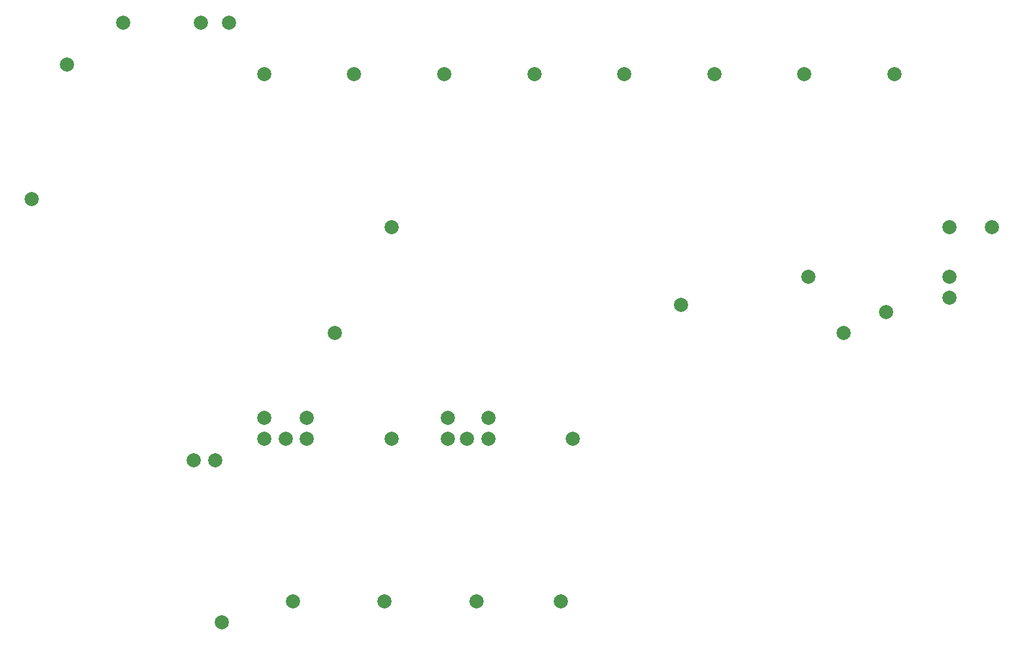
<source format=gbp>
G04*
G04 #@! TF.GenerationSoftware,Altium Limited,Altium Designer,22.1.2 (22)*
G04*
G04 Layer_Color=128*
%FSLAX44Y44*%
%MOMM*%
G71*
G04*
G04 #@! TF.SameCoordinates,29E8C143-3DC4-495F-BF5F-5F13AAE0725B*
G04*
G04*
G04 #@! TF.FilePolarity,Positive*
G04*
G01*
G75*
%ADD142C,2.0000*%
D142*
X530000Y1010000D02*
D03*
X380000D02*
D03*
X840000Y450000D02*
D03*
X250000Y760000D02*
D03*
X680000Y570000D02*
D03*
X300000Y950000D02*
D03*
X610000Y420000D02*
D03*
X867000D02*
D03*
X760000D02*
D03*
X1017000D02*
D03*
X640000D02*
D03*
X897000D02*
D03*
X640000Y450000D02*
D03*
X897000D02*
D03*
X620000Y190000D02*
D03*
X750000D02*
D03*
X1000000D02*
D03*
X880000D02*
D03*
X520000Y160000D02*
D03*
X579590Y937020D02*
D03*
X707080D02*
D03*
X834570D02*
D03*
X962060D02*
D03*
X1089550D02*
D03*
X1217040D02*
D03*
X1344530D02*
D03*
X1472020D02*
D03*
X1170000Y610000D02*
D03*
X1460000Y600000D02*
D03*
X1550000Y650000D02*
D03*
Y620000D02*
D03*
X1610000Y720000D02*
D03*
X1550000D02*
D03*
X760000D02*
D03*
X1400000Y570000D02*
D03*
X1350000Y650000D02*
D03*
X510000Y390000D02*
D03*
X480000D02*
D03*
X490000Y1010000D02*
D03*
X580000Y450000D02*
D03*
X840000Y420000D02*
D03*
X580000D02*
D03*
M02*

</source>
